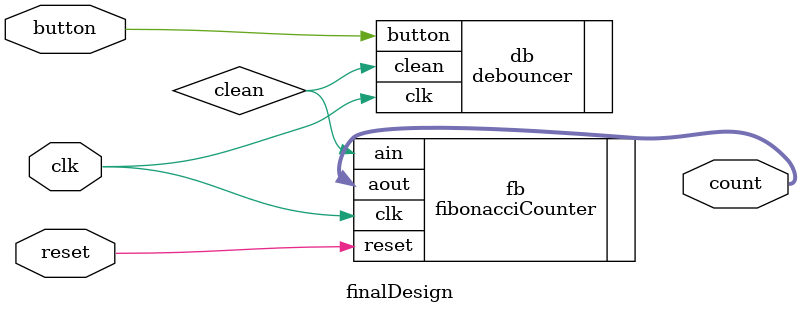
<source format=v>
`timescale 1ns / 1ps


module finalDesign(
    output [5:0] count,
    input button,
    input clk,
    input reset
    );
    
    wire clean;
    
    debouncer db(.clean(clean), .button(button), .clk(clk));
    fibonacciCounter fb(.aout(count), .ain(clean), .clk(clk), .reset(reset));
    
endmodule

</source>
